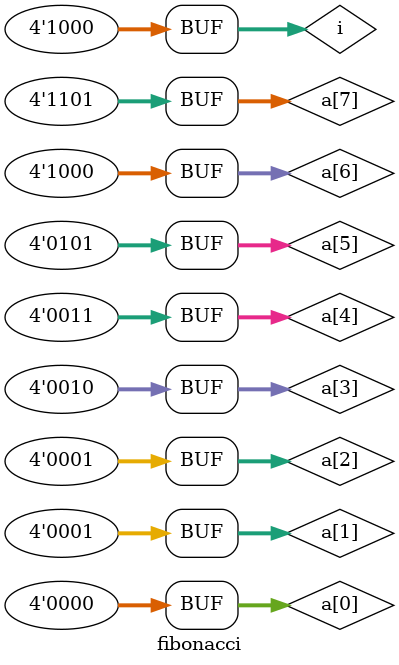
<source format=v>
module fibonacci #(parameter n=8)();
  reg [3:0] i;
  reg [3:0]a[n-1:0];
  always @(*)
  begin
    $write("fibonacci series of %d terms are %d %d ",n ,a[0],a[1]);
    for(i=2;i<n;i=i+1)
    begin
      a[i] = a[i-1]+a[i-2];
      $write("%d",a[i]);
    end
  end   
  initial begin
    a[0]=0;a[1]=1;
  end  
endmodule

</source>
